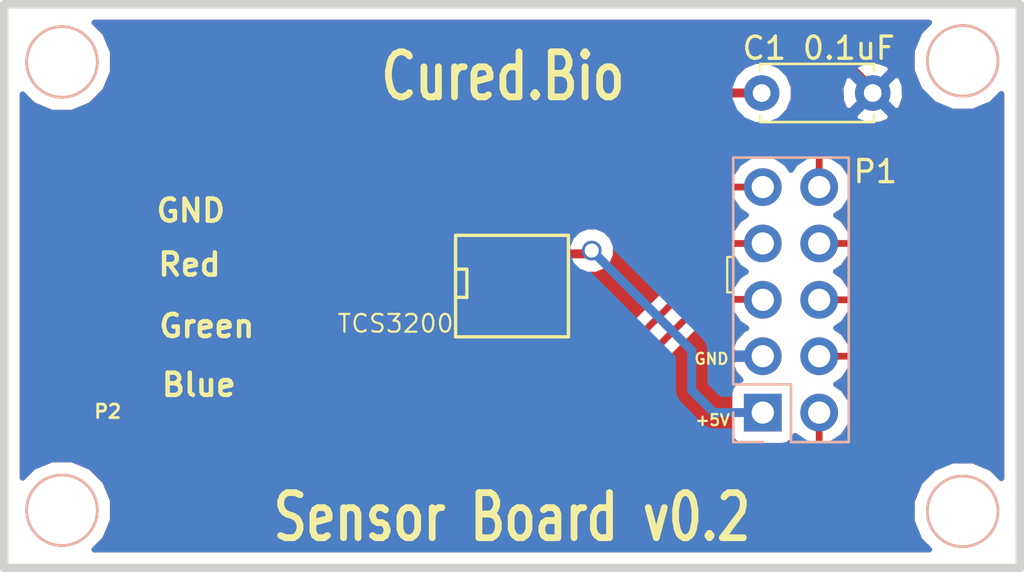
<source format=kicad_pcb>
(kicad_pcb (version 4) (host pcbnew 4.0.7)

  (general
    (links 14)
    (no_connects 0)
    (area 126.809499 50.609499 172.910501 76.390501)
    (thickness 1.6002)
    (drawings 20)
    (tracks 97)
    (zones 0)
    (modules 8)
    (nets 11)
  )

  (page A4)
  (title_block
    (date "2 mar 2012")
  )

  (layers
    (0 Front signal)
    (31 Back signal)
    (32 B.Adhes user)
    (33 F.Adhes user)
    (34 B.Paste user)
    (35 F.Paste user)
    (36 B.SilkS user)
    (37 F.SilkS user)
    (38 B.Mask user)
    (39 F.Mask user)
    (40 Dwgs.User user)
    (41 Cmts.User user)
    (42 Eco1.User user)
    (43 Eco2.User user)
    (44 Edge.Cuts user)
  )

  (setup
    (last_trace_width 0.3048)
    (trace_clearance 0.254)
    (zone_clearance 0.508)
    (zone_45_only no)
    (trace_min 0.2032)
    (segment_width 0.1)
    (edge_width 0.381)
    (via_size 0.889)
    (via_drill 0.635)
    (via_min_size 0.889)
    (via_min_drill 0.508)
    (uvia_size 0.508)
    (uvia_drill 0.127)
    (uvias_allowed no)
    (uvia_min_size 0.508)
    (uvia_min_drill 0.127)
    (pcb_text_width 0.3048)
    (pcb_text_size 1.524 2.032)
    (mod_edge_width 0.381)
    (mod_text_size 1.524 1.524)
    (mod_text_width 0.3048)
    (pad_size 1.524 2.032)
    (pad_drill 0)
    (pad_to_mask_clearance 0.254)
    (aux_axis_origin 0 0)
    (visible_elements 7FFFFFFF)
    (pcbplotparams
      (layerselection 0x010fd_80000001)
      (usegerberextensions true)
      (excludeedgelayer true)
      (linewidth 0.150000)
      (plotframeref false)
      (viasonmask false)
      (mode 1)
      (useauxorigin false)
      (hpglpennumber 1)
      (hpglpenspeed 20)
      (hpglpendiameter 15)
      (hpglpenoverlay 0)
      (psnegative false)
      (psa4output false)
      (plotreference true)
      (plotvalue true)
      (plotinvisibletext false)
      (padsonsilk false)
      (subtractmaskfromsilk false)
      (outputformat 1)
      (mirror false)
      (drillshape 0)
      (scaleselection 1)
      (outputdirectory gerber_sensor_v2p02/))
  )

  (net 0 "")
  (net 1 /5V)
  (net 2 /FREQ)
  (net 3 /S0)
  (net 4 /S1)
  (net 5 /S2)
  (net 6 /S3)
  (net 7 /blue)
  (net 8 /green)
  (net 9 /red)
  (net 10 GND)

  (net_class Default "This is the default net class."
    (clearance 0.254)
    (trace_width 0.3048)
    (via_dia 0.889)
    (via_drill 0.635)
    (uvia_dia 0.508)
    (uvia_drill 0.127)
    (add_net /FREQ)
    (add_net /S0)
    (add_net /S1)
    (add_net /S2)
    (add_net /S3)
    (add_net /blue)
    (add_net /green)
    (add_net /red)
  )

  (net_class GND ""
    (clearance 0.254)
    (trace_width 0.4048)
    (via_dia 0.889)
    (via_drill 0.635)
    (uvia_dia 0.508)
    (uvia_drill 0.127)
    (add_net /5V)
    (add_net GND)
  )

  (module Connectors:1X04_SMD_LONG (layer Front) (tedit 5A55F634) (tstamp 59F9BFAB)
    (at 136.74 64.07 90)
    (descr "SMD - 4 PIN W/ LONG SOLDER PADS")
    (tags "SMD - 4 PIN W/ LONG SOLDER PADS")
    (path /4F347703)
    (attr smd)
    (fp_text reference P2 (at -5.08 -5.08 180) (layer F.SilkS)
      (effects (font (size 0.6096 0.6096) (thickness 0.127)))
    )
    (fp_text value CONN_4 (at 5.08 -5.08 180) (layer F.SilkS) hide
      (effects (font (size 0.6096 0.6096) (thickness 0.127)))
    )
    (pad 1 smd rect (at -3.81 -5.4991 180) (size 3.99796 0.99822) (layers Front F.Paste F.Mask)
      (net 7 /blue) (solder_mask_margin 0.1016))
    (pad 2 smd rect (at -1.27 -5.4991 180) (size 3.99796 0.99822) (layers Front F.Paste F.Mask)
      (net 8 /green) (solder_mask_margin 0.1016))
    (pad 3 smd rect (at 1.27 -5.4991 180) (size 3.99796 0.99822) (layers Front F.Paste F.Mask)
      (net 9 /red) (solder_mask_margin 0.1016))
    (pad 4 smd rect (at 3.81 -5.4991 180) (size 3.99796 0.99822) (layers Front F.Paste F.Mask)
      (net 10 GND) (solder_mask_margin 0.1016))
  )

  (module MOUNT_HOLE_4_40 (layer Front) (tedit 59E5406D) (tstamp 4EA0A6CF)
    (at 170.15 53.35)
    (path MOUNT_HOLE_4_40)
    (fp_text reference MOUNT_HOLE_2 (at 0 -2.032) (layer F.SilkS) hide
      (effects (font (size 0.254 0.254) (thickness 0.0635)))
    )
    (fp_text value 2 (at 0 2.032) (layer F.SilkS) hide
      (effects (font (size 0.254 0.254) (thickness 0.0635)))
    )
    (pad "" thru_hole circle (at 0 0) (size 3.302 3.302) (drill 3.048) (layers *.Cu *.SilkS *.Mask))
  )

  (module MOUNT_HOLE_4_40 (layer Front) (tedit 59E54069) (tstamp 4EA0A6CD)
    (at 129.6 53.4)
    (path MOUNT_HOLE_4_40)
    (fp_text reference MOUNT_HOLE_1 (at 0 -2.032) (layer F.SilkS) hide
      (effects (font (size 0.254 0.254) (thickness 0.0635)))
    )
    (fp_text value 1 (at 0 2.032) (layer F.SilkS) hide
      (effects (font (size 0.254 0.254) (thickness 0.0635)))
    )
    (pad "" thru_hole circle (at 0 0) (size 3.302 3.302) (drill 3.048) (layers *.Cu *.SilkS *.Mask))
  )

  (module MOUNT_HOLE_4_40 (layer Front) (tedit 59E54093) (tstamp 4EA0A6CB)
    (at 170.15 73.65)
    (path MOUNT_HOLE_4_40)
    (fp_text reference MOUNT_HOLE_4 (at 0 -2.032) (layer F.SilkS) hide
      (effects (font (size 0.254 0.254) (thickness 0.0635)))
    )
    (fp_text value 4 (at 0 2.032) (layer F.SilkS) hide
      (effects (font (size 0.254 0.254) (thickness 0.0635)))
    )
    (pad "" thru_hole circle (at 0 0) (size 3.302 3.302) (drill 3.048) (layers *.Cu *.SilkS *.Mask))
  )

  (module MOUNT_HOLE_4_40 (layer Front) (tedit 59E54089) (tstamp 4EA0B581)
    (at 129.6 73.6)
    (path MOUNT_HOLE_4_40)
    (fp_text reference MOUNT_HOLE_3 (at 0 -2.032) (layer F.SilkS) hide
      (effects (font (size 0.254 0.254) (thickness 0.0635)))
    )
    (fp_text value 3 (at 0 2.032) (layer F.SilkS) hide
      (effects (font (size 0.254 0.254) (thickness 0.0635)))
    )
    (pad "" thru_hole circle (at 0 0) (size 3.302 3.302) (drill 3.048) (layers *.Cu *.SilkS *.Mask))
  )

  (module Pin_Headers:Pin_Header_Straight_2x05_Pitch2.54mm (layer Back) (tedit 5A55F7C8) (tstamp 59F9BF9E)
    (at 161.15 69.2)
    (descr "Through hole straight pin header, 2x05, 2.54mm pitch, double rows")
    (tags "Through hole pin header THT 2x05 2.54mm double row")
    (path /4F0CA3A1)
    (fp_text reference P1 (at 5.07 -10.86) (layer F.SilkS)
      (effects (font (size 1 1) (thickness 0.15)))
    )
    (fp_text value CONN_5X2 (at 1.27 -12.49) (layer B.Fab) hide
      (effects (font (size 1 1) (thickness 0.15)) (justify mirror))
    )
    (fp_line (start 0 1.27) (end 3.81 1.27) (layer B.Fab) (width 0.1))
    (fp_line (start 3.81 1.27) (end 3.81 -11.43) (layer B.Fab) (width 0.1))
    (fp_line (start 3.81 -11.43) (end -1.27 -11.43) (layer B.Fab) (width 0.1))
    (fp_line (start -1.27 -11.43) (end -1.27 0) (layer B.Fab) (width 0.1))
    (fp_line (start -1.27 0) (end 0 1.27) (layer B.Fab) (width 0.1))
    (fp_line (start -1.33 -11.49) (end 3.87 -11.49) (layer B.SilkS) (width 0.12))
    (fp_line (start -1.33 -1.27) (end -1.33 -11.49) (layer B.SilkS) (width 0.12))
    (fp_line (start 3.87 1.33) (end 3.87 -11.49) (layer B.SilkS) (width 0.12))
    (fp_line (start -1.33 -1.27) (end 1.27 -1.27) (layer B.SilkS) (width 0.12))
    (fp_line (start 1.27 -1.27) (end 1.27 1.33) (layer B.SilkS) (width 0.12))
    (fp_line (start 1.27 1.33) (end 3.87 1.33) (layer B.SilkS) (width 0.12))
    (fp_line (start -1.33 0) (end -1.33 1.33) (layer B.SilkS) (width 0.12))
    (fp_line (start -1.33 1.33) (end 0 1.33) (layer B.SilkS) (width 0.12))
    (fp_line (start -1.8 1.8) (end -1.8 -11.95) (layer B.CrtYd) (width 0.05))
    (fp_line (start -1.8 -11.95) (end 4.35 -11.95) (layer B.CrtYd) (width 0.05))
    (fp_line (start 4.35 -11.95) (end 4.35 1.8) (layer B.CrtYd) (width 0.05))
    (fp_line (start 4.35 1.8) (end -1.8 1.8) (layer B.CrtYd) (width 0.05))
    (fp_text user %R (at 1.27 -5.08 270) (layer B.Fab)
      (effects (font (size 1 1) (thickness 0.15)) (justify mirror))
    )
    (pad 1 thru_hole rect (at 0 0) (size 1.7 1.7) (drill 1) (layers *.Cu *.Mask)
      (net 1 /5V))
    (pad 2 thru_hole oval (at 2.54 0) (size 1.7 1.7) (drill 1) (layers *.Cu *.Mask)
      (net 9 /red))
    (pad 3 thru_hole oval (at 0 -2.54) (size 1.7 1.7) (drill 1) (layers *.Cu *.Mask)
      (net 10 GND))
    (pad 4 thru_hole oval (at 2.54 -2.54) (size 1.7 1.7) (drill 1) (layers *.Cu *.Mask)
      (net 8 /green))
    (pad 5 thru_hole oval (at 0 -5.08) (size 1.7 1.7) (drill 1) (layers *.Cu *.Mask)
      (net 3 /S0))
    (pad 6 thru_hole oval (at 2.54 -5.08) (size 1.7 1.7) (drill 1) (layers *.Cu *.Mask)
      (net 7 /blue))
    (pad 7 thru_hole oval (at 0 -7.62) (size 1.7 1.7) (drill 1) (layers *.Cu *.Mask)
      (net 4 /S1))
    (pad 8 thru_hole oval (at 2.54 -7.62) (size 1.7 1.7) (drill 1) (layers *.Cu *.Mask)
      (net 2 /FREQ))
    (pad 9 thru_hole oval (at 0 -10.16) (size 1.7 1.7) (drill 1) (layers *.Cu *.Mask)
      (net 5 /S2))
    (pad 10 thru_hole oval (at 2.54 -10.16) (size 1.7 1.7) (drill 1) (layers *.Cu *.Mask)
      (net 6 /S3))
    (model ${KISYS3DMOD}/Pin_Headers.3dshapes/Pin_Header_Straight_2x05_Pitch2.54mm.wrl
      (at (xyz 0 0 0))
      (scale (xyz 1 1 1))
      (rotate (xyz 0 0 0))
    )
  )

  (module SMD_Packages:SOIC-8-N (layer Front) (tedit 5A55F8EF) (tstamp 59F9BFB2)
    (at 149.86 63.5)
    (descr "Module Narrow CMS SOJ 8 pins large")
    (tags "CMS SOJ")
    (path /4E9F1F08)
    (attr smd)
    (fp_text reference TCS3200 (at -5.24 1.69) (layer F.SilkS)
      (effects (font (size 0.8 0.8) (thickness 0.1)))
    )
    (fp_text value TCS3200 (at 0 1.27) (layer F.Fab) hide
      (effects (font (size 1 1) (thickness 0.15)))
    )
    (fp_line (start -2.54 -2.286) (end 2.54 -2.286) (layer F.SilkS) (width 0.15))
    (fp_line (start 2.54 -2.286) (end 2.54 2.286) (layer F.SilkS) (width 0.15))
    (fp_line (start 2.54 2.286) (end -2.54 2.286) (layer F.SilkS) (width 0.15))
    (fp_line (start -2.54 2.286) (end -2.54 -2.286) (layer F.SilkS) (width 0.15))
    (fp_line (start -2.54 -0.762) (end -2.032 -0.762) (layer F.SilkS) (width 0.15))
    (fp_line (start -2.032 -0.762) (end -2.032 0.508) (layer F.SilkS) (width 0.15))
    (fp_line (start -2.032 0.508) (end -2.54 0.508) (layer F.SilkS) (width 0.15))
    (pad 8 smd rect (at -1.905 -3.175) (size 0.508 1.143) (layers Front F.Paste F.Mask)
      (net 6 /S3))
    (pad 7 smd rect (at -0.635 -3.175) (size 0.508 1.143) (layers Front F.Paste F.Mask)
      (net 5 /S2))
    (pad 6 smd rect (at 0.635 -3.175) (size 0.508 1.143) (layers Front F.Paste F.Mask)
      (net 2 /FREQ))
    (pad 5 smd rect (at 1.905 -3.175) (size 0.508 1.143) (layers Front F.Paste F.Mask)
      (net 1 /5V))
    (pad 4 smd rect (at 1.905 3.175) (size 0.508 1.143) (layers Front F.Paste F.Mask)
      (net 10 GND))
    (pad 3 smd rect (at 0.635 3.175) (size 0.508 1.143) (layers Front F.Paste F.Mask)
      (net 10 GND))
    (pad 2 smd rect (at -0.635 3.175) (size 0.508 1.143) (layers Front F.Paste F.Mask)
      (net 4 /S1))
    (pad 1 smd rect (at -1.905 3.175) (size 0.508 1.143) (layers Front F.Paste F.Mask)
      (net 3 /S0))
    (model SMD_Packages.3dshapes/SOIC-8-N.wrl
      (at (xyz 0 0 0))
      (scale (xyz 0.5 0.38 0.5))
      (rotate (xyz 0 0 0))
    )
  )

  (module Capacitors_THT:C_Disc_D5.0mm_W2.5mm_P5.00mm (layer Front) (tedit 5A55F684) (tstamp 59F9BF99)
    (at 161.1 54.8)
    (descr "C, Disc series, Radial, pin pitch=5.00mm, , diameter*width=5*2.5mm^2, Capacitor, http://cdn-reichelt.de/documents/datenblatt/B300/DS_KERKO_TC.pdf")
    (tags "C Disc series Radial pin pitch 5.00mm  diameter 5mm width 2.5mm Capacitor")
    (path /4E9F2A04)
    (fp_text reference "C1 0.1uF" (at 2.57 -2.02) (layer F.SilkS)
      (effects (font (size 1 1) (thickness 0.15)))
    )
    (fp_text value "0.1 uF" (at 2.5 2.56) (layer F.Fab) hide
      (effects (font (size 1 1) (thickness 0.15)))
    )
    (fp_line (start 0 -1.25) (end 0 1.25) (layer F.Fab) (width 0.1))
    (fp_line (start 0 1.25) (end 5 1.25) (layer F.Fab) (width 0.1))
    (fp_line (start 5 1.25) (end 5 -1.25) (layer F.Fab) (width 0.1))
    (fp_line (start 5 -1.25) (end 0 -1.25) (layer F.Fab) (width 0.1))
    (fp_line (start -0.06 -1.31) (end 5.06 -1.31) (layer F.SilkS) (width 0.12))
    (fp_line (start -0.06 1.31) (end 5.06 1.31) (layer F.SilkS) (width 0.12))
    (fp_line (start -0.06 -1.31) (end -0.06 -0.996) (layer F.SilkS) (width 0.12))
    (fp_line (start -0.06 0.996) (end -0.06 1.31) (layer F.SilkS) (width 0.12))
    (fp_line (start 5.06 -1.31) (end 5.06 -0.996) (layer F.SilkS) (width 0.12))
    (fp_line (start 5.06 0.996) (end 5.06 1.31) (layer F.SilkS) (width 0.12))
    (fp_line (start -1.05 -1.6) (end -1.05 1.6) (layer F.CrtYd) (width 0.05))
    (fp_line (start -1.05 1.6) (end 6.05 1.6) (layer F.CrtYd) (width 0.05))
    (fp_line (start 6.05 1.6) (end 6.05 -1.6) (layer F.CrtYd) (width 0.05))
    (fp_line (start 6.05 -1.6) (end -1.05 -1.6) (layer F.CrtYd) (width 0.05))
    (fp_text user %R (at 2.5 0) (layer F.Fab)
      (effects (font (size 1 1) (thickness 0.15)))
    )
    (pad 1 thru_hole circle (at 0 0) (size 1.6 1.6) (drill 0.8) (layers *.Cu *.Mask)
      (net 1 /5V))
    (pad 2 thru_hole circle (at 5 0) (size 1.6 1.6) (drill 0.8) (layers *.Cu *.Mask)
      (net 10 GND))
    (model ${KISYS3DMOD}/Capacitors_THT.3dshapes/C_Disc_D5.0mm_W2.5mm_P5.00mm.wrl
      (at (xyz 0 0 0))
      (scale (xyz 1 1 1))
      (rotate (xyz 0 0 0))
    )
  )

  (gr_line (start 159.55 63.78) (end 159.55 62.2) (angle 90) (layer F.SilkS) (width 0.1))
  (gr_line (start 159.83 63.78) (end 159.55 63.78) (angle 90) (layer F.SilkS) (width 0.1))
  (gr_line (start 159.83 62.19) (end 159.83 63.78) (angle 90) (layer F.SilkS) (width 0.1))
  (gr_line (start 159.56 62.19) (end 159.83 62.19) (angle 90) (layer F.SilkS) (width 0.1))
  (gr_text GND (at 158.84 66.78) (layer F.SilkS)
    (effects (font (size 0.5 0.5) (thickness 0.1)))
  )
  (gr_text +5V (at 158.89 69.54) (layer F.SilkS)
    (effects (font (size 0.5 0.5) (thickness 0.1)))
  )
  (target plus (at 129.6 73.6) (size 2) (width 0.01) (layer Edge.Cuts) (tstamp 59E5404E))
  (target plus (at 129.6 53.4) (size 2) (width 0.01) (layer Edge.Cuts) (tstamp 59E54042))
  (target plus (at 170.15 73.65) (size 2) (width 0.01) (layer Edge.Cuts))
  (target plus (at 170.15 53.35) (size 2) (width 0.01) (layer Edge.Cuts))
  (gr_text Cured.Bio (at 149.45 54.05) (layer F.SilkS)
    (effects (font (size 2.032 1.524) (thickness 0.3048)))
  )
  (gr_text Blue (at 135.76 67.95) (layer F.SilkS)
    (effects (font (size 1.00076 1.00076) (thickness 0.20066)))
  )
  (gr_text Green (at 136.12 65.3) (layer F.SilkS)
    (effects (font (size 1.00076 1.00076) (thickness 0.20066)))
  )
  (gr_text Red (at 135.34 62.53) (layer F.SilkS)
    (effects (font (size 1.00076 1.00076) (thickness 0.20066)))
  )
  (gr_text GND (at 135.4 60.1) (layer F.SilkS)
    (effects (font (size 1.00076 1.00076) (thickness 0.20066)))
  )
  (gr_line (start 127 76.2) (end 172.72 76.2) (angle 90) (layer Edge.Cuts) (width 0.381))
  (gr_line (start 172.72 50.8) (end 172.72 76.2) (angle 90) (layer Edge.Cuts) (width 0.381))
  (gr_text "Sensor Board v0.2" (at 149.86 73.914) (layer F.SilkS)
    (effects (font (size 2.032 1.524) (thickness 0.3048)))
  )
  (gr_line (start 127 50.8) (end 127 76.2) (angle 90) (layer Edge.Cuts) (width 0.381))
  (gr_line (start 127 50.8) (end 172.72 50.8) (angle 90) (layer Edge.Cuts) (width 0.381))

  (segment (start 161.1 54.8) (end 159.85 54.8) (width 0.4048) (layer Front) (net 1))
  (segment (start 151.765 62.085) (end 151 62.85) (width 0.4048) (layer Front) (net 1) (tstamp 59E5DF26))
  (segment (start 151 62.85) (end 146.1 62.85) (width 0.4048) (layer Front) (net 1) (tstamp 59E5DF27))
  (segment (start 146.1 62.85) (end 145.35 62.1) (width 0.4048) (layer Front) (net 1) (tstamp 59E5DF28))
  (segment (start 145.35 62.1) (end 145.35 58.85) (width 0.4048) (layer Front) (net 1) (tstamp 59E5DF29))
  (segment (start 145.35 58.85) (end 147.65 56.55) (width 0.4048) (layer Front) (net 1) (tstamp 59E5DF2A))
  (segment (start 147.65 56.55) (end 156.5 56.55) (width 0.4048) (layer Front) (net 1) (tstamp 59E5DF2C))
  (segment (start 156.5 56.55) (end 158.25 54.8) (width 0.4048) (layer Front) (net 1) (tstamp 59E5DF3A))
  (segment (start 158.25 54.8) (end 159.85 54.8) (width 0.4048) (layer Front) (net 1) (tstamp 59E5DF40))
  (segment (start 151.765 62.085) (end 151.765 62.05) (width 0.3048) (layer Front) (net 1) (tstamp 59E5DFDC))
  (segment (start 151.765 62.05) (end 153.3 62.05) (width 0.4048) (layer Front) (net 1))
  (segment (start 158.95 69.2) (end 161.15 69.2) (width 0.4048) (layer Back) (net 1) (tstamp 59E5DFE7))
  (segment (start 157.95 68.2) (end 158.95 69.2) (width 0.4048) (layer Back) (net 1) (tstamp 59E5DFE6))
  (segment (start 157.95 66.4) (end 157.95 68.2) (width 0.4048) (layer Back) (net 1) (tstamp 59E5DFE2))
  (segment (start 153.45 61.9) (end 157.95 66.4) (width 0.4048) (layer Back) (net 1) (tstamp 59E5DFE1))
  (via (at 153.45 61.9) (size 0.889) (drill 0.635) (layers Front Back) (net 1))
  (segment (start 153.3 62.05) (end 153.45 61.9) (width 0.3048) (layer Front) (net 1) (tstamp 59E5DFDE))
  (segment (start 151.765 60.325) (end 151.765 62.05) (width 0.4048) (layer Front) (net 1))
  (segment (start 150.495 60.325) (end 150.495 61.705) (width 0.3048) (layer Front) (net 2))
  (segment (start 165.27 61.58) (end 163.69 61.58) (width 0.3048) (layer Front) (net 2) (tstamp 59E5DF23))
  (segment (start 165.8 61.05) (end 165.27 61.58) (width 0.3048) (layer Front) (net 2) (tstamp 59E5DF22))
  (segment (start 165.8 57.8) (end 165.8 61.05) (width 0.3048) (layer Front) (net 2) (tstamp 59E5DF21))
  (segment (start 164.8 56.5) (end 165.8 57.8) (width 0.3048) (layer Front) (net 2) (tstamp 59E5DF20))
  (segment (start 159.1 56.5) (end 164.8 56.5) (width 0.3048) (layer Front) (net 2) (tstamp 59E5DF1F))
  (segment (start 158.6 57.2) (end 159.1 56.5) (width 0.3048) (layer Front) (net 2) (tstamp 59E5DF1E))
  (segment (start 148.55 57.2) (end 158.6 57.2) (width 0.3048) (layer Front) (net 2) (tstamp 59E5DF1C))
  (segment (start 146.75 59) (end 148.55 57.2) (width 0.3048) (layer Front) (net 2) (tstamp 59E5DF1A))
  (segment (start 146.75 61.35) (end 146.75 59) (width 0.3048) (layer Front) (net 2) (tstamp 59E5DF19))
  (segment (start 147.3 61.9) (end 146.75 61.35) (width 0.3048) (layer Front) (net 2) (tstamp 59E5DF18))
  (segment (start 150.3 61.9) (end 147.3 61.9) (width 0.3048) (layer Front) (net 2) (tstamp 59E5DF17))
  (segment (start 150.495 61.705) (end 150.3 61.9) (width 0.3048) (layer Front) (net 2) (tstamp 59E5DF16))
  (segment (start 147.955 66.675) (end 147.955 68.345) (width 0.3048) (layer Front) (net 3))
  (segment (start 158.55 64.1) (end 161.13 64.1) (width 0.3048) (layer Front) (net 3) (tstamp 59E5DFBF))
  (segment (start 153.45 69.2) (end 158.55 64.1) (width 0.3048) (layer Front) (net 3) (tstamp 59E5DFBE))
  (segment (start 148.81 69.2) (end 153.45 69.2) (width 0.3048) (layer Front) (net 3) (tstamp 59E5DFBC))
  (segment (start 147.955 68.345) (end 148.81 69.2) (width 0.3048) (layer Front) (net 3) (tstamp 59E5DFBA))
  (segment (start 161.13 64.1) (end 161.15 64.12) (width 0.3048) (layer Front) (net 3) (tstamp 59E5DFCF))
  (segment (start 149.225 66.675) (end 149.225 67.975) (width 0.3048) (layer Front) (net 4))
  (segment (start 158.47 61.58) (end 161.15 61.58) (width 0.3048) (layer Front) (net 4) (tstamp 59E5DFB3))
  (segment (start 157.45 62.6) (end 158.47 61.58) (width 0.3048) (layer Front) (net 4) (tstamp 59E5DFB0))
  (segment (start 157.45 63.9) (end 157.45 62.6) (width 0.3048) (layer Front) (net 4) (tstamp 59E5DFAD))
  (segment (start 153.15 68.2) (end 157.45 63.9) (width 0.3048) (layer Front) (net 4) (tstamp 59E5DFA8))
  (segment (start 149.45 68.2) (end 153.15 68.2) (width 0.3048) (layer Front) (net 4) (tstamp 59E5DFA7))
  (segment (start 149.225 67.975) (end 149.45 68.2) (width 0.3048) (layer Front) (net 4) (tstamp 59E5DFA6))
  (segment (start 161.15 59.04) (end 149.79 59.04) (width 0.3048) (layer Front) (net 5))
  (segment (start 149.23 59.5) (end 149.23 60.22) (width 0.3048) (layer Front) (net 5) (tstamp 59E5DF73))
  (segment (start 149.79 59.04) (end 149.23 59.5) (width 0.3048) (layer Front) (net 5) (tstamp 59E5DF70))
  (segment (start 147.955 60.325) (end 147.955 58.945) (width 0.3048) (layer Front) (net 6))
  (segment (start 163.69 57.59) (end 163.69 59.04) (width 0.3048) (layer Front) (net 6) (tstamp 59E5DF13))
  (segment (start 163.45 57.35) (end 163.69 57.59) (width 0.3048) (layer Front) (net 6) (tstamp 59E5DF12))
  (segment (start 159.65 57.35) (end 163.45 57.35) (width 0.3048) (layer Front) (net 6) (tstamp 59E5DF11))
  (segment (start 159 58) (end 159.65 57.35) (width 0.3048) (layer Front) (net 6) (tstamp 59E5DF10))
  (segment (start 148.9 58) (end 159 58) (width 0.3048) (layer Front) (net 6) (tstamp 59E5DF0F))
  (segment (start 147.955 58.945) (end 148.9 58) (width 0.3048) (layer Front) (net 6) (tstamp 59E5DF0E))
  (segment (start 166.27 64.12) (end 163.69 64.12) (width 0.3048) (layer Front) (net 7) (tstamp 59E5E01D))
  (segment (start 167.25 65.1) (end 166.27 64.12) (width 0.3048) (layer Front) (net 7) (tstamp 59E5E01C))
  (segment (start 167.25 71.75) (end 167.25 65.1) (width 0.3048) (layer Front) (net 7) (tstamp 59E5E01A))
  (segment (start 165.75 73.25) (end 167.25 71.75) (width 0.3048) (layer Front) (net 7) (tstamp 59E5E018))
  (segment (start 142.75 73.25) (end 165.75 73.25) (width 0.3048) (layer Front) (net 7) (tstamp 59E5E014))
  (segment (start 129.9 67.9) (end 137.4 67.9) (width 0.3048) (layer Front) (net 7))
  (segment (start 137.4 67.9) (end 142.75 73.25) (width 0.3048) (layer Front) (net 7) (tstamp 59E5E011))
  (segment (start 165.36 66.66) (end 163.69 66.66) (width 0.3048) (layer Front) (net 8) (tstamp 59E5E00C))
  (segment (start 166.1 67.4) (end 165.36 66.66) (width 0.3048) (layer Front) (net 8) (tstamp 59E5E00B))
  (segment (start 166.1 70.9) (end 166.1 67.4) (width 0.3048) (layer Front) (net 8) (tstamp 59E5E009))
  (segment (start 164.7 72.3) (end 166.1 70.9) (width 0.3048) (layer Front) (net 8) (tstamp 59E5E007))
  (segment (start 144 72.3) (end 164.7 72.3) (width 0.3048) (layer Front) (net 8) (tstamp 59E5E004))
  (segment (start 129.9 65.36) (end 137.06 65.36) (width 0.3048) (layer Front) (net 8))
  (segment (start 137.06 65.36) (end 144 72.3) (width 0.3048) (layer Front) (net 8) (tstamp 59E5DFFF))
  (segment (start 129.9 62.82) (end 136.88 62.82) (width 0.3048) (layer Front) (net 9))
  (segment (start 136.88 62.82) (end 145.56 71.5) (width 0.3048) (layer Front) (net 9) (tstamp 59E5DFF2))
  (segment (start 163.69 71.01) (end 163.69 69.2) (width 0.3048) (layer Front) (net 9) (tstamp 59E5DFFC))
  (segment (start 163.2 71.5) (end 163.69 71.01) (width 0.3048) (layer Front) (net 9) (tstamp 59E5DFFB))
  (segment (start 145.56 71.5) (end 163.2 71.5) (width 0.3048) (layer Front) (net 9) (tstamp 59E5DFF4))
  (segment (start 161.44 52.65) (end 164.11 52.65) (width 0.4048) (layer Front) (net 10))
  (segment (start 164.11 52.65) (end 166.1 54.64) (width 0.4048) (layer Front) (net 10) (tstamp 5A55F65E))
  (segment (start 166.1 54.64) (end 166.1 54.8) (width 0.4048) (layer Front) (net 10) (tstamp 5A55F65F))
  (segment (start 157.35 52.65) (end 161.44 52.65) (width 0.4048) (layer Front) (net 10) (tstamp 59E5DE6C))
  (segment (start 161.44 52.65) (end 161.5 52.65) (width 0.3048) (layer Front) (net 10) (tstamp 5A55F65C))
  (segment (start 154.15 55.55) (end 157.35 52.65) (width 0.4048) (layer Front) (net 10) (tstamp 59E5DE6B))
  (segment (start 144.21 55.55) (end 154.15 55.55) (width 0.4048) (layer Front) (net 10) (tstamp 59E5DE68))
  (segment (start 139.78 60.28) (end 144.21 55.55) (width 0.4048) (layer Front) (net 10) (tstamp 59E5DE67))
  (segment (start 143.55 64.3) (end 139.53 60.28) (width 0.4048) (layer Front) (net 10) (tstamp 59E5DE80))
  (segment (start 145.9 64.3) (end 143.55 64.3) (width 0.4048) (layer Front) (net 10) (tstamp 59E5E037))
  (segment (start 129.9 60.28) (end 139.53 60.28) (width 0.4048) (layer Front) (net 10))
  (segment (start 139.53 60.28) (end 139.78 60.28) (width 0.3048) (layer Front) (net 10) (tstamp 59E5DE88))
  (segment (start 145.9 64.3) (end 145.9 69.5) (width 0.4048) (layer Front) (net 10))
  (segment (start 158.84 66.66) (end 161.15 66.66) (width 0.4048) (layer Front) (net 10) (tstamp 59E5E03E))
  (segment (start 155.1 70.4) (end 158.84 66.66) (width 0.4048) (layer Front) (net 10) (tstamp 59E5E03B))
  (segment (start 146.8 70.4) (end 155.1 70.4) (width 0.4048) (layer Front) (net 10) (tstamp 59E5E03A))
  (segment (start 145.9 69.5) (end 146.8 70.4) (width 0.4048) (layer Front) (net 10) (tstamp 59E5E039))
  (segment (start 151.765 66.675) (end 151.765 65.015) (width 0.4048) (layer Front) (net 10))
  (segment (start 151.55 64.8) (end 150.495 64.8) (width 0.4048) (layer Front) (net 10) (tstamp 59E5DE8B))
  (segment (start 151.765 65.015) (end 151.55 64.8) (width 0.4048) (layer Front) (net 10) (tstamp 59E5DE8A))
  (segment (start 150.495 66.675) (end 150.495 64.8) (width 0.4048) (layer Front) (net 10))
  (segment (start 150.495 64.8) (end 150.495 64.705) (width 0.3048) (layer Front) (net 10) (tstamp 59E5DE8E))
  (segment (start 150.09 64.3) (end 145.9 64.3) (width 0.4048) (layer Front) (net 10) (tstamp 59E5DE7E))
  (segment (start 150.495 64.705) (end 150.09 64.3) (width 0.4048) (layer Front) (net 10) (tstamp 59E5DE7D))

  (zone (net 10) (net_name GND) (layer Back) (tstamp 4F5155C1) (hatch edge 0.508)
    (connect_pads (clearance 0.508))
    (min_thickness 0.254)
    (fill yes (arc_segments 16) (thermal_gap 0.508) (thermal_bridge_width 0.508))
    (polygon
      (pts
        (xy 172.212 75.692) (xy 172.212 51.308) (xy 127.508 51.308) (xy 127.508 75.692)
      )
    )
    (filled_polygon
      (pts
        (xy 168.213154 52.053395) (xy 167.864398 52.893292) (xy 167.863604 53.802719) (xy 168.210894 54.643223) (xy 168.853395 55.286846)
        (xy 169.693292 55.635602) (xy 170.602719 55.636396) (xy 171.443223 55.289106) (xy 171.8945 54.838616) (xy 171.8945 72.161831)
        (xy 171.446605 71.713154) (xy 170.606708 71.364398) (xy 169.697281 71.363604) (xy 168.856777 71.710894) (xy 168.213154 72.353395)
        (xy 167.864398 73.193292) (xy 167.863604 74.102719) (xy 168.210894 74.943223) (xy 168.641419 75.3745) (xy 131.058116 75.3745)
        (xy 131.536846 74.896605) (xy 131.885602 74.056708) (xy 131.886396 73.147281) (xy 131.539106 72.306777) (xy 130.896605 71.663154)
        (xy 130.056708 71.314398) (xy 129.147281 71.313604) (xy 128.306777 71.660894) (xy 127.8255 72.141332) (xy 127.8255 62.113784)
        (xy 152.370313 62.113784) (xy 152.534311 62.510689) (xy 152.837714 62.814622) (xy 153.234332 62.979313) (xy 153.345148 62.97941)
        (xy 157.1126 66.746862) (xy 157.1126 68.2) (xy 157.176343 68.520459) (xy 157.357869 68.792131) (xy 158.357869 69.792132)
        (xy 158.629541 69.973657) (xy 158.95 70.0374) (xy 159.65256 70.0374) (xy 159.65256 70.05) (xy 159.696838 70.285317)
        (xy 159.83591 70.501441) (xy 160.04811 70.646431) (xy 160.3 70.69744) (xy 162 70.69744) (xy 162.235317 70.653162)
        (xy 162.451441 70.51409) (xy 162.596431 70.30189) (xy 162.607841 70.245546) (xy 162.610853 70.250054) (xy 163.092622 70.571961)
        (xy 163.660907 70.685) (xy 163.719093 70.685) (xy 164.287378 70.571961) (xy 164.769147 70.250054) (xy 165.091054 69.768285)
        (xy 165.204093 69.2) (xy 165.091054 68.631715) (xy 164.769147 68.149946) (xy 164.439974 67.93) (xy 164.769147 67.710054)
        (xy 165.091054 67.228285) (xy 165.204093 66.66) (xy 165.091054 66.091715) (xy 164.769147 65.609946) (xy 164.439974 65.39)
        (xy 164.769147 65.170054) (xy 165.091054 64.688285) (xy 165.204093 64.12) (xy 165.091054 63.551715) (xy 164.769147 63.069946)
        (xy 164.439974 62.85) (xy 164.769147 62.630054) (xy 165.091054 62.148285) (xy 165.204093 61.58) (xy 165.091054 61.011715)
        (xy 164.769147 60.529946) (xy 164.439974 60.31) (xy 164.769147 60.090054) (xy 165.091054 59.608285) (xy 165.204093 59.04)
        (xy 165.091054 58.471715) (xy 164.769147 57.989946) (xy 164.287378 57.668039) (xy 163.719093 57.555) (xy 163.660907 57.555)
        (xy 163.092622 57.668039) (xy 162.610853 57.989946) (xy 162.42 58.275578) (xy 162.229147 57.989946) (xy 161.747378 57.668039)
        (xy 161.179093 57.555) (xy 161.120907 57.555) (xy 160.552622 57.668039) (xy 160.070853 57.989946) (xy 159.748946 58.471715)
        (xy 159.635907 59.04) (xy 159.748946 59.608285) (xy 160.070853 60.090054) (xy 160.400026 60.31) (xy 160.070853 60.529946)
        (xy 159.748946 61.011715) (xy 159.635907 61.58) (xy 159.748946 62.148285) (xy 160.070853 62.630054) (xy 160.400026 62.85)
        (xy 160.070853 63.069946) (xy 159.748946 63.551715) (xy 159.635907 64.12) (xy 159.748946 64.688285) (xy 160.070853 65.170054)
        (xy 160.411553 65.397702) (xy 160.268642 65.464817) (xy 159.878355 65.893076) (xy 159.708524 66.30311) (xy 159.829845 66.533)
        (xy 161.023 66.533) (xy 161.023 66.513) (xy 161.277 66.513) (xy 161.277 66.533) (xy 161.297 66.533)
        (xy 161.297 66.787) (xy 161.277 66.787) (xy 161.277 66.807) (xy 161.023 66.807) (xy 161.023 66.787)
        (xy 159.829845 66.787) (xy 159.708524 67.01689) (xy 159.878355 67.426924) (xy 160.154501 67.729937) (xy 160.064683 67.746838)
        (xy 159.848559 67.88591) (xy 159.703569 68.09811) (xy 159.65256 68.35) (xy 159.65256 68.3626) (xy 159.296863 68.3626)
        (xy 158.7874 67.853138) (xy 158.7874 66.4) (xy 158.723657 66.079541) (xy 158.542131 65.807869) (xy 154.529592 61.79533)
        (xy 154.529687 61.686216) (xy 154.365689 61.289311) (xy 154.062286 60.985378) (xy 153.665668 60.820687) (xy 153.236216 60.820313)
        (xy 152.839311 60.984311) (xy 152.535378 61.287714) (xy 152.370687 61.684332) (xy 152.370313 62.113784) (xy 127.8255 62.113784)
        (xy 127.8255 54.858116) (xy 128.303395 55.336846) (xy 129.143292 55.685602) (xy 130.052719 55.686396) (xy 130.893223 55.339106)
        (xy 131.148587 55.084187) (xy 159.664752 55.084187) (xy 159.882757 55.6118) (xy 160.286077 56.015824) (xy 160.813309 56.23475)
        (xy 161.384187 56.235248) (xy 161.9118 56.017243) (xy 162.121663 55.807745) (xy 165.271861 55.807745) (xy 165.345995 56.053864)
        (xy 165.883223 56.246965) (xy 166.453454 56.219778) (xy 166.854005 56.053864) (xy 166.928139 55.807745) (xy 166.1 54.979605)
        (xy 165.271861 55.807745) (xy 162.121663 55.807745) (xy 162.315824 55.613923) (xy 162.53475 55.086691) (xy 162.535189 54.583223)
        (xy 164.653035 54.583223) (xy 164.680222 55.153454) (xy 164.846136 55.554005) (xy 165.092255 55.628139) (xy 165.920395 54.8)
        (xy 166.279605 54.8) (xy 167.107745 55.628139) (xy 167.353864 55.554005) (xy 167.546965 55.016777) (xy 167.519778 54.446546)
        (xy 167.353864 54.045995) (xy 167.107745 53.971861) (xy 166.279605 54.8) (xy 165.920395 54.8) (xy 165.092255 53.971861)
        (xy 164.846136 54.045995) (xy 164.653035 54.583223) (xy 162.535189 54.583223) (xy 162.535248 54.515813) (xy 162.317243 53.9882)
        (xy 162.12164 53.792255) (xy 165.271861 53.792255) (xy 166.1 54.620395) (xy 166.928139 53.792255) (xy 166.854005 53.546136)
        (xy 166.316777 53.353035) (xy 165.746546 53.380222) (xy 165.345995 53.546136) (xy 165.271861 53.792255) (xy 162.12164 53.792255)
        (xy 161.913923 53.584176) (xy 161.386691 53.36525) (xy 160.815813 53.364752) (xy 160.2882 53.582757) (xy 159.884176 53.986077)
        (xy 159.66525 54.513309) (xy 159.664752 55.084187) (xy 131.148587 55.084187) (xy 131.536846 54.696605) (xy 131.885602 53.856708)
        (xy 131.886396 52.947281) (xy 131.539106 52.106777) (xy 131.058668 51.6255) (xy 168.641796 51.6255)
      )
    )
  )
  (zone (net 10) (net_name GND) (layer Front) (tstamp 4F5155E6) (hatch edge 0.508)
    (connect_pads (clearance 0.508))
    (min_thickness 0.254)
    (fill yes (arc_segments 16) (thermal_gap 0.508) (thermal_bridge_width 0.508))
    (polygon
      (pts
        (xy 172.212 75.692) (xy 172.212 51.308) (xy 127.508 51.308) (xy 127.508 75.692)
      )
    )
    (filled_polygon
      (pts
        (xy 168.213154 52.053395) (xy 167.864398 52.893292) (xy 167.863604 53.802719) (xy 168.210894 54.643223) (xy 168.853395 55.286846)
        (xy 169.693292 55.635602) (xy 170.602719 55.636396) (xy 171.443223 55.289106) (xy 171.8945 54.838616) (xy 171.8945 72.161831)
        (xy 171.446605 71.713154) (xy 170.606708 71.364398) (xy 169.697281 71.363604) (xy 168.856777 71.710894) (xy 168.213154 72.353395)
        (xy 167.864398 73.193292) (xy 167.863604 74.102719) (xy 168.210894 74.943223) (xy 168.641419 75.3745) (xy 131.058116 75.3745)
        (xy 131.536846 74.896605) (xy 131.885602 74.056708) (xy 131.886396 73.147281) (xy 131.539106 72.306777) (xy 130.896605 71.663154)
        (xy 130.056708 71.314398) (xy 129.147281 71.313604) (xy 128.306777 71.660894) (xy 127.8255 72.141332) (xy 127.8255 62.30089)
        (xy 128.59448 62.30089) (xy 128.59448 63.29911) (xy 128.638758 63.534427) (xy 128.77783 63.750551) (xy 128.99003 63.895541)
        (xy 129.24192 63.94655) (xy 133.23988 63.94655) (xy 133.475197 63.902272) (xy 133.691321 63.7632) (xy 133.797775 63.6074)
        (xy 136.553848 63.6074) (xy 144.459048 71.5126) (xy 144.326152 71.5126) (xy 137.616776 64.803224) (xy 137.361325 64.632537)
        (xy 137.06 64.5726) (xy 133.821824 64.5726) (xy 133.70397 64.389449) (xy 133.49177 64.244459) (xy 133.23988 64.19345)
        (xy 129.24192 64.19345) (xy 129.006603 64.237728) (xy 128.790479 64.3768) (xy 128.645489 64.589) (xy 128.59448 64.84089)
        (xy 128.59448 65.83911) (xy 128.638758 66.074427) (xy 128.77783 66.290551) (xy 128.99003 66.435541) (xy 129.24192 66.48655)
        (xy 133.23988 66.48655) (xy 133.475197 66.442272) (xy 133.691321 66.3032) (xy 133.797775 66.1474) (xy 136.733848 66.1474)
        (xy 137.875093 67.288645) (xy 137.701325 67.172537) (xy 137.4 67.1126) (xy 133.821824 67.1126) (xy 133.70397 66.929449)
        (xy 133.49177 66.784459) (xy 133.23988 66.73345) (xy 129.24192 66.73345) (xy 129.006603 66.777728) (xy 128.790479 66.9168)
        (xy 128.645489 67.129) (xy 128.59448 67.38089) (xy 128.59448 68.37911) (xy 128.638758 68.614427) (xy 128.77783 68.830551)
        (xy 128.99003 68.975541) (xy 129.24192 69.02655) (xy 133.23988 69.02655) (xy 133.475197 68.982272) (xy 133.691321 68.8432)
        (xy 133.797775 68.6874) (xy 137.073848 68.6874) (xy 142.193224 73.806776) (xy 142.448675 73.977463) (xy 142.75 74.0374)
        (xy 165.75 74.0374) (xy 166.051325 73.977463) (xy 166.306776 73.806776) (xy 167.806776 72.306776) (xy 167.977463 72.051325)
        (xy 168.0374 71.75) (xy 168.0374 65.1) (xy 167.977463 64.798675) (xy 167.806776 64.543224) (xy 166.826776 63.563224)
        (xy 166.571325 63.392537) (xy 166.27 63.3326) (xy 164.944646 63.3326) (xy 164.769147 63.069946) (xy 164.439974 62.85)
        (xy 164.769147 62.630054) (xy 164.944646 62.3674) (xy 165.27 62.3674) (xy 165.571325 62.307463) (xy 165.826776 62.136776)
        (xy 166.356776 61.606776) (xy 166.527463 61.351325) (xy 166.5874 61.05) (xy 166.5874 57.8) (xy 166.567216 57.698529)
        (xy 166.560326 57.595295) (xy 166.537504 57.549157) (xy 166.527463 57.498675) (xy 166.469982 57.412649) (xy 166.424112 57.319914)
        (xy 165.49006 56.105647) (xy 165.883223 56.246965) (xy 166.453454 56.219778) (xy 166.854005 56.053864) (xy 166.928139 55.807745)
        (xy 166.1 54.979605) (xy 166.085858 54.993748) (xy 165.906252 54.814142) (xy 165.920395 54.8) (xy 166.279605 54.8)
        (xy 167.107745 55.628139) (xy 167.353864 55.554005) (xy 167.546965 55.016777) (xy 167.519778 54.446546) (xy 167.353864 54.045995)
        (xy 167.107745 53.971861) (xy 166.279605 54.8) (xy 165.920395 54.8) (xy 165.092255 53.971861) (xy 164.846136 54.045995)
        (xy 164.653035 54.583223) (xy 164.680222 55.153454) (xy 164.846136 55.554005) (xy 165.092253 55.628139) (xy 164.977378 55.743014)
        (xy 164.980008 55.745644) (xy 164.901842 55.719214) (xy 164.850484 55.722642) (xy 164.8 55.7126) (xy 162.216975 55.7126)
        (xy 162.315824 55.613923) (xy 162.53475 55.086691) (xy 162.535248 54.515813) (xy 162.317243 53.9882) (xy 162.12164 53.792255)
        (xy 165.271861 53.792255) (xy 166.1 54.620395) (xy 166.928139 53.792255) (xy 166.854005 53.546136) (xy 166.316777 53.353035)
        (xy 165.746546 53.380222) (xy 165.345995 53.546136) (xy 165.271861 53.792255) (xy 162.12164 53.792255) (xy 161.913923 53.584176)
        (xy 161.386691 53.36525) (xy 160.815813 53.364752) (xy 160.2882 53.582757) (xy 159.907694 53.9626) (xy 158.25 53.9626)
        (xy 157.929541 54.026343) (xy 157.657869 54.207869) (xy 156.153138 55.7126) (xy 147.65 55.7126) (xy 147.32954 55.776343)
        (xy 147.057869 55.957869) (xy 144.757869 58.257869) (xy 144.576343 58.529541) (xy 144.5126 58.85) (xy 144.5126 62.1)
        (xy 144.576343 62.420459) (xy 144.757869 62.692131) (xy 145.507869 63.442131) (xy 145.77954 63.623657) (xy 146.1 63.6874)
        (xy 151 63.6874) (xy 151.320459 63.623657) (xy 151.592131 63.442131) (xy 152.146862 62.8874) (xy 153.012982 62.8874)
        (xy 153.234332 62.979313) (xy 153.663784 62.979687) (xy 154.060689 62.815689) (xy 154.364622 62.512286) (xy 154.529313 62.115668)
        (xy 154.529687 61.686216) (xy 154.365689 61.289311) (xy 154.062286 60.985378) (xy 153.665668 60.820687) (xy 153.236216 60.820313)
        (xy 152.839311 60.984311) (xy 152.610623 61.2126) (xy 152.6024 61.2126) (xy 152.6024 61.167462) (xy 152.615431 61.14839)
        (xy 152.66644 60.8965) (xy 152.66644 59.8274) (xy 159.895354 59.8274) (xy 160.070853 60.090054) (xy 160.400026 60.31)
        (xy 160.070853 60.529946) (xy 159.895354 60.7926) (xy 158.47 60.7926) (xy 158.168675 60.852537) (xy 157.913224 61.023224)
        (xy 156.893224 62.043224) (xy 156.722537 62.298675) (xy 156.6626 62.6) (xy 156.6626 63.573848) (xy 152.823848 67.4126)
        (xy 152.637518 67.4126) (xy 152.654 67.37281) (xy 152.654 66.96075) (xy 152.49525 66.802) (xy 151.892 66.802)
        (xy 151.892 66.822) (xy 151.638 66.822) (xy 151.638 66.802) (xy 150.622 66.802) (xy 150.622 66.822)
        (xy 150.368 66.822) (xy 150.368 66.802) (xy 150.348 66.802) (xy 150.348 66.548) (xy 150.368 66.548)
        (xy 150.368 65.62725) (xy 150.622 65.62725) (xy 150.622 66.548) (xy 151.638 66.548) (xy 151.638 65.62725)
        (xy 151.892 65.62725) (xy 151.892 66.548) (xy 152.49525 66.548) (xy 152.654 66.38925) (xy 152.654 65.97719)
        (xy 152.557327 65.743801) (xy 152.378698 65.565173) (xy 152.145309 65.4685) (xy 152.05075 65.4685) (xy 151.892 65.62725)
        (xy 151.638 65.62725) (xy 151.47925 65.4685) (xy 151.384691 65.4685) (xy 151.151302 65.565173) (xy 151.13 65.586475)
        (xy 151.108698 65.565173) (xy 150.875309 65.4685) (xy 150.78075 65.4685) (xy 150.622 65.62725) (xy 150.368 65.62725)
        (xy 150.20925 65.4685) (xy 150.114691 65.4685) (xy 149.881302 65.565173) (xy 149.854765 65.591709) (xy 149.73089 65.507069)
        (xy 149.479 65.45606) (xy 148.971 65.45606) (xy 148.735683 65.500338) (xy 148.589093 65.594666) (xy 148.46089 65.507069)
        (xy 148.209 65.45606) (xy 147.701 65.45606) (xy 147.465683 65.500338) (xy 147.249559 65.63941) (xy 147.104569 65.85161)
        (xy 147.05356 66.1035) (xy 147.05356 67.2465) (xy 147.097838 67.481817) (xy 147.1676 67.59023) (xy 147.1676 68.345)
        (xy 147.227537 68.646325) (xy 147.398224 68.901776) (xy 148.253224 69.756776) (xy 148.508675 69.927463) (xy 148.81 69.9874)
        (xy 153.45 69.9874) (xy 153.751325 69.927463) (xy 154.006776 69.756776) (xy 158.876152 64.8874) (xy 159.88199 64.8874)
        (xy 160.070853 65.170054) (xy 160.411553 65.397702) (xy 160.268642 65.464817) (xy 159.878355 65.893076) (xy 159.708524 66.30311)
        (xy 159.829845 66.533) (xy 161.023 66.533) (xy 161.023 66.513) (xy 161.277 66.513) (xy 161.277 66.533)
        (xy 161.297 66.533) (xy 161.297 66.787) (xy 161.277 66.787) (xy 161.277 66.807) (xy 161.023 66.807)
        (xy 161.023 66.787) (xy 159.829845 66.787) (xy 159.708524 67.01689) (xy 159.878355 67.426924) (xy 160.154501 67.729937)
        (xy 160.064683 67.746838) (xy 159.848559 67.88591) (xy 159.703569 68.09811) (xy 159.65256 68.35) (xy 159.65256 70.05)
        (xy 159.696838 70.285317) (xy 159.83591 70.501441) (xy 160.04811 70.646431) (xy 160.3 70.69744) (xy 162 70.69744)
        (xy 162.235317 70.653162) (xy 162.451441 70.51409) (xy 162.596431 70.30189) (xy 162.607841 70.245546) (xy 162.610853 70.250054)
        (xy 162.9026 70.444993) (xy 162.9026 70.683848) (xy 162.873848 70.7126) (xy 145.886152 70.7126) (xy 137.436776 62.263224)
        (xy 137.181325 62.092537) (xy 136.88 62.0326) (xy 133.821824 62.0326) (xy 133.70397 61.849449) (xy 133.49177 61.704459)
        (xy 133.23988 61.65345) (xy 129.24192 61.65345) (xy 129.006603 61.697728) (xy 128.790479 61.8368) (xy 128.645489 62.049)
        (xy 128.59448 62.30089) (xy 127.8255 62.30089) (xy 127.8255 60.54575) (xy 128.60692 60.54575) (xy 128.60692 60.88542)
        (xy 128.703593 61.118809) (xy 128.882222 61.297437) (xy 129.115611 61.39411) (xy 130.95515 61.39411) (xy 131.1139 61.23536)
        (xy 131.1139 60.387) (xy 131.3679 60.387) (xy 131.3679 61.23536) (xy 131.52665 61.39411) (xy 133.366189 61.39411)
        (xy 133.599578 61.297437) (xy 133.778207 61.118809) (xy 133.87488 60.88542) (xy 133.87488 60.54575) (xy 133.71613 60.387)
        (xy 131.3679 60.387) (xy 131.1139 60.387) (xy 128.76567 60.387) (xy 128.60692 60.54575) (xy 127.8255 60.54575)
        (xy 127.8255 59.63458) (xy 128.60692 59.63458) (xy 128.60692 59.97425) (xy 128.76567 60.133) (xy 131.1139 60.133)
        (xy 131.1139 59.28464) (xy 131.3679 59.28464) (xy 131.3679 60.133) (xy 133.71613 60.133) (xy 133.87488 59.97425)
        (xy 133.87488 59.63458) (xy 133.778207 59.401191) (xy 133.599578 59.222563) (xy 133.366189 59.12589) (xy 131.52665 59.12589)
        (xy 131.3679 59.28464) (xy 131.1139 59.28464) (xy 130.95515 59.12589) (xy 129.115611 59.12589) (xy 128.882222 59.222563)
        (xy 128.703593 59.401191) (xy 128.60692 59.63458) (xy 127.8255 59.63458) (xy 127.8255 54.858116) (xy 128.303395 55.336846)
        (xy 129.143292 55.685602) (xy 130.052719 55.686396) (xy 130.893223 55.339106) (xy 131.536846 54.696605) (xy 131.885602 53.856708)
        (xy 131.886396 52.947281) (xy 131.539106 52.106777) (xy 131.058668 51.6255) (xy 168.641796 51.6255)
      )
    )
  )
)

</source>
